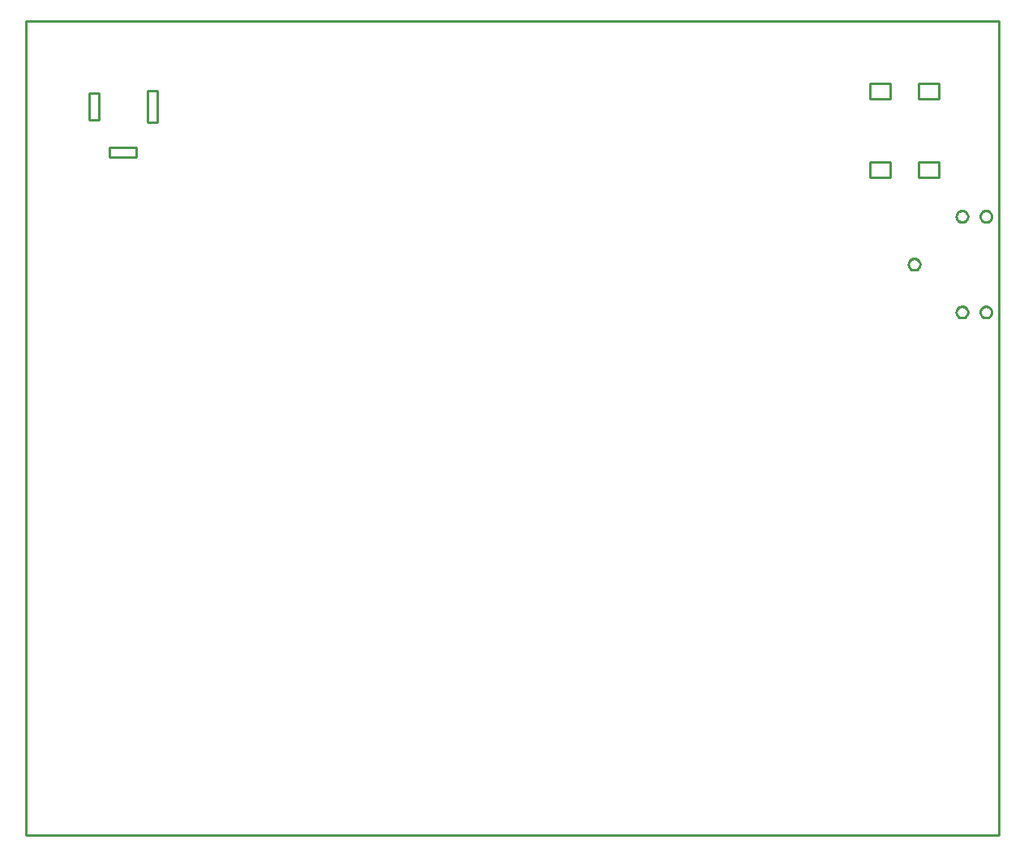
<source format=gko>
G04 EAGLE Gerber RS-274X export*
G75*
%MOMM*%
%FSLAX34Y34*%
%LPD*%
%INBoard Outline*%
%IPPOS*%
%AMOC8*
5,1,8,0,0,1.08239X$1,22.5*%
G01*
%ADD10C,0.000000*%
%ADD11C,0.254000*%


D10*
X1016000Y0D02*
X1016000Y850800D01*
X0Y850800D01*
X0Y0D01*
X1016000Y0D01*
X971900Y546900D02*
X971902Y547054D01*
X971908Y547209D01*
X971918Y547363D01*
X971932Y547517D01*
X971950Y547670D01*
X971971Y547823D01*
X971997Y547976D01*
X972027Y548127D01*
X972060Y548278D01*
X972098Y548428D01*
X972139Y548577D01*
X972184Y548725D01*
X972233Y548871D01*
X972286Y549017D01*
X972342Y549160D01*
X972402Y549303D01*
X972466Y549443D01*
X972533Y549583D01*
X972604Y549720D01*
X972678Y549855D01*
X972756Y549989D01*
X972837Y550120D01*
X972922Y550249D01*
X973010Y550377D01*
X973101Y550501D01*
X973195Y550624D01*
X973293Y550744D01*
X973393Y550861D01*
X973497Y550976D01*
X973603Y551088D01*
X973712Y551197D01*
X973824Y551303D01*
X973939Y551407D01*
X974056Y551507D01*
X974176Y551605D01*
X974299Y551699D01*
X974423Y551790D01*
X974551Y551878D01*
X974680Y551963D01*
X974811Y552044D01*
X974945Y552122D01*
X975080Y552196D01*
X975217Y552267D01*
X975357Y552334D01*
X975497Y552398D01*
X975640Y552458D01*
X975783Y552514D01*
X975929Y552567D01*
X976075Y552616D01*
X976223Y552661D01*
X976372Y552702D01*
X976522Y552740D01*
X976673Y552773D01*
X976824Y552803D01*
X976977Y552829D01*
X977130Y552850D01*
X977283Y552868D01*
X977437Y552882D01*
X977591Y552892D01*
X977746Y552898D01*
X977900Y552900D01*
X978054Y552898D01*
X978209Y552892D01*
X978363Y552882D01*
X978517Y552868D01*
X978670Y552850D01*
X978823Y552829D01*
X978976Y552803D01*
X979127Y552773D01*
X979278Y552740D01*
X979428Y552702D01*
X979577Y552661D01*
X979725Y552616D01*
X979871Y552567D01*
X980017Y552514D01*
X980160Y552458D01*
X980303Y552398D01*
X980443Y552334D01*
X980583Y552267D01*
X980720Y552196D01*
X980855Y552122D01*
X980989Y552044D01*
X981120Y551963D01*
X981249Y551878D01*
X981377Y551790D01*
X981501Y551699D01*
X981624Y551605D01*
X981744Y551507D01*
X981861Y551407D01*
X981976Y551303D01*
X982088Y551197D01*
X982197Y551088D01*
X982303Y550976D01*
X982407Y550861D01*
X982507Y550744D01*
X982605Y550624D01*
X982699Y550501D01*
X982790Y550377D01*
X982878Y550249D01*
X982963Y550120D01*
X983044Y549989D01*
X983122Y549855D01*
X983196Y549720D01*
X983267Y549583D01*
X983334Y549443D01*
X983398Y549303D01*
X983458Y549160D01*
X983514Y549017D01*
X983567Y548871D01*
X983616Y548725D01*
X983661Y548577D01*
X983702Y548428D01*
X983740Y548278D01*
X983773Y548127D01*
X983803Y547976D01*
X983829Y547823D01*
X983850Y547670D01*
X983868Y547517D01*
X983882Y547363D01*
X983892Y547209D01*
X983898Y547054D01*
X983900Y546900D01*
X983898Y546746D01*
X983892Y546591D01*
X983882Y546437D01*
X983868Y546283D01*
X983850Y546130D01*
X983829Y545977D01*
X983803Y545824D01*
X983773Y545673D01*
X983740Y545522D01*
X983702Y545372D01*
X983661Y545223D01*
X983616Y545075D01*
X983567Y544929D01*
X983514Y544783D01*
X983458Y544640D01*
X983398Y544497D01*
X983334Y544357D01*
X983267Y544217D01*
X983196Y544080D01*
X983122Y543945D01*
X983044Y543811D01*
X982963Y543680D01*
X982878Y543551D01*
X982790Y543423D01*
X982699Y543299D01*
X982605Y543176D01*
X982507Y543056D01*
X982407Y542939D01*
X982303Y542824D01*
X982197Y542712D01*
X982088Y542603D01*
X981976Y542497D01*
X981861Y542393D01*
X981744Y542293D01*
X981624Y542195D01*
X981501Y542101D01*
X981377Y542010D01*
X981249Y541922D01*
X981120Y541837D01*
X980989Y541756D01*
X980855Y541678D01*
X980720Y541604D01*
X980583Y541533D01*
X980443Y541466D01*
X980303Y541402D01*
X980160Y541342D01*
X980017Y541286D01*
X979871Y541233D01*
X979725Y541184D01*
X979577Y541139D01*
X979428Y541098D01*
X979278Y541060D01*
X979127Y541027D01*
X978976Y540997D01*
X978823Y540971D01*
X978670Y540950D01*
X978517Y540932D01*
X978363Y540918D01*
X978209Y540908D01*
X978054Y540902D01*
X977900Y540900D01*
X977746Y540902D01*
X977591Y540908D01*
X977437Y540918D01*
X977283Y540932D01*
X977130Y540950D01*
X976977Y540971D01*
X976824Y540997D01*
X976673Y541027D01*
X976522Y541060D01*
X976372Y541098D01*
X976223Y541139D01*
X976075Y541184D01*
X975929Y541233D01*
X975783Y541286D01*
X975640Y541342D01*
X975497Y541402D01*
X975357Y541466D01*
X975217Y541533D01*
X975080Y541604D01*
X974945Y541678D01*
X974811Y541756D01*
X974680Y541837D01*
X974551Y541922D01*
X974423Y542010D01*
X974299Y542101D01*
X974176Y542195D01*
X974056Y542293D01*
X973939Y542393D01*
X973824Y542497D01*
X973712Y542603D01*
X973603Y542712D01*
X973497Y542824D01*
X973393Y542939D01*
X973293Y543056D01*
X973195Y543176D01*
X973101Y543299D01*
X973010Y543423D01*
X972922Y543551D01*
X972837Y543680D01*
X972756Y543811D01*
X972678Y543945D01*
X972604Y544080D01*
X972533Y544217D01*
X972466Y544357D01*
X972402Y544497D01*
X972342Y544640D01*
X972286Y544783D01*
X972233Y544929D01*
X972184Y545075D01*
X972139Y545223D01*
X972098Y545372D01*
X972060Y545522D01*
X972027Y545673D01*
X971997Y545824D01*
X971971Y545977D01*
X971950Y546130D01*
X971932Y546283D01*
X971918Y546437D01*
X971908Y546591D01*
X971902Y546746D01*
X971900Y546900D01*
X996900Y546900D02*
X996902Y547054D01*
X996908Y547209D01*
X996918Y547363D01*
X996932Y547517D01*
X996950Y547670D01*
X996971Y547823D01*
X996997Y547976D01*
X997027Y548127D01*
X997060Y548278D01*
X997098Y548428D01*
X997139Y548577D01*
X997184Y548725D01*
X997233Y548871D01*
X997286Y549017D01*
X997342Y549160D01*
X997402Y549303D01*
X997466Y549443D01*
X997533Y549583D01*
X997604Y549720D01*
X997678Y549855D01*
X997756Y549989D01*
X997837Y550120D01*
X997922Y550249D01*
X998010Y550377D01*
X998101Y550501D01*
X998195Y550624D01*
X998293Y550744D01*
X998393Y550861D01*
X998497Y550976D01*
X998603Y551088D01*
X998712Y551197D01*
X998824Y551303D01*
X998939Y551407D01*
X999056Y551507D01*
X999176Y551605D01*
X999299Y551699D01*
X999423Y551790D01*
X999551Y551878D01*
X999680Y551963D01*
X999811Y552044D01*
X999945Y552122D01*
X1000080Y552196D01*
X1000217Y552267D01*
X1000357Y552334D01*
X1000497Y552398D01*
X1000640Y552458D01*
X1000783Y552514D01*
X1000929Y552567D01*
X1001075Y552616D01*
X1001223Y552661D01*
X1001372Y552702D01*
X1001522Y552740D01*
X1001673Y552773D01*
X1001824Y552803D01*
X1001977Y552829D01*
X1002130Y552850D01*
X1002283Y552868D01*
X1002437Y552882D01*
X1002591Y552892D01*
X1002746Y552898D01*
X1002900Y552900D01*
X1003054Y552898D01*
X1003209Y552892D01*
X1003363Y552882D01*
X1003517Y552868D01*
X1003670Y552850D01*
X1003823Y552829D01*
X1003976Y552803D01*
X1004127Y552773D01*
X1004278Y552740D01*
X1004428Y552702D01*
X1004577Y552661D01*
X1004725Y552616D01*
X1004871Y552567D01*
X1005017Y552514D01*
X1005160Y552458D01*
X1005303Y552398D01*
X1005443Y552334D01*
X1005583Y552267D01*
X1005720Y552196D01*
X1005855Y552122D01*
X1005989Y552044D01*
X1006120Y551963D01*
X1006249Y551878D01*
X1006377Y551790D01*
X1006501Y551699D01*
X1006624Y551605D01*
X1006744Y551507D01*
X1006861Y551407D01*
X1006976Y551303D01*
X1007088Y551197D01*
X1007197Y551088D01*
X1007303Y550976D01*
X1007407Y550861D01*
X1007507Y550744D01*
X1007605Y550624D01*
X1007699Y550501D01*
X1007790Y550377D01*
X1007878Y550249D01*
X1007963Y550120D01*
X1008044Y549989D01*
X1008122Y549855D01*
X1008196Y549720D01*
X1008267Y549583D01*
X1008334Y549443D01*
X1008398Y549303D01*
X1008458Y549160D01*
X1008514Y549017D01*
X1008567Y548871D01*
X1008616Y548725D01*
X1008661Y548577D01*
X1008702Y548428D01*
X1008740Y548278D01*
X1008773Y548127D01*
X1008803Y547976D01*
X1008829Y547823D01*
X1008850Y547670D01*
X1008868Y547517D01*
X1008882Y547363D01*
X1008892Y547209D01*
X1008898Y547054D01*
X1008900Y546900D01*
X1008898Y546746D01*
X1008892Y546591D01*
X1008882Y546437D01*
X1008868Y546283D01*
X1008850Y546130D01*
X1008829Y545977D01*
X1008803Y545824D01*
X1008773Y545673D01*
X1008740Y545522D01*
X1008702Y545372D01*
X1008661Y545223D01*
X1008616Y545075D01*
X1008567Y544929D01*
X1008514Y544783D01*
X1008458Y544640D01*
X1008398Y544497D01*
X1008334Y544357D01*
X1008267Y544217D01*
X1008196Y544080D01*
X1008122Y543945D01*
X1008044Y543811D01*
X1007963Y543680D01*
X1007878Y543551D01*
X1007790Y543423D01*
X1007699Y543299D01*
X1007605Y543176D01*
X1007507Y543056D01*
X1007407Y542939D01*
X1007303Y542824D01*
X1007197Y542712D01*
X1007088Y542603D01*
X1006976Y542497D01*
X1006861Y542393D01*
X1006744Y542293D01*
X1006624Y542195D01*
X1006501Y542101D01*
X1006377Y542010D01*
X1006249Y541922D01*
X1006120Y541837D01*
X1005989Y541756D01*
X1005855Y541678D01*
X1005720Y541604D01*
X1005583Y541533D01*
X1005443Y541466D01*
X1005303Y541402D01*
X1005160Y541342D01*
X1005017Y541286D01*
X1004871Y541233D01*
X1004725Y541184D01*
X1004577Y541139D01*
X1004428Y541098D01*
X1004278Y541060D01*
X1004127Y541027D01*
X1003976Y540997D01*
X1003823Y540971D01*
X1003670Y540950D01*
X1003517Y540932D01*
X1003363Y540918D01*
X1003209Y540908D01*
X1003054Y540902D01*
X1002900Y540900D01*
X1002746Y540902D01*
X1002591Y540908D01*
X1002437Y540918D01*
X1002283Y540932D01*
X1002130Y540950D01*
X1001977Y540971D01*
X1001824Y540997D01*
X1001673Y541027D01*
X1001522Y541060D01*
X1001372Y541098D01*
X1001223Y541139D01*
X1001075Y541184D01*
X1000929Y541233D01*
X1000783Y541286D01*
X1000640Y541342D01*
X1000497Y541402D01*
X1000357Y541466D01*
X1000217Y541533D01*
X1000080Y541604D01*
X999945Y541678D01*
X999811Y541756D01*
X999680Y541837D01*
X999551Y541922D01*
X999423Y542010D01*
X999299Y542101D01*
X999176Y542195D01*
X999056Y542293D01*
X998939Y542393D01*
X998824Y542497D01*
X998712Y542603D01*
X998603Y542712D01*
X998497Y542824D01*
X998393Y542939D01*
X998293Y543056D01*
X998195Y543176D01*
X998101Y543299D01*
X998010Y543423D01*
X997922Y543551D01*
X997837Y543680D01*
X997756Y543811D01*
X997678Y543945D01*
X997604Y544080D01*
X997533Y544217D01*
X997466Y544357D01*
X997402Y544497D01*
X997342Y544640D01*
X997286Y544783D01*
X997233Y544929D01*
X997184Y545075D01*
X997139Y545223D01*
X997098Y545372D01*
X997060Y545522D01*
X997027Y545673D01*
X996997Y545824D01*
X996971Y545977D01*
X996950Y546130D01*
X996932Y546283D01*
X996918Y546437D01*
X996908Y546591D01*
X996902Y546746D01*
X996900Y546900D01*
X996900Y646900D02*
X996902Y647054D01*
X996908Y647209D01*
X996918Y647363D01*
X996932Y647517D01*
X996950Y647670D01*
X996971Y647823D01*
X996997Y647976D01*
X997027Y648127D01*
X997060Y648278D01*
X997098Y648428D01*
X997139Y648577D01*
X997184Y648725D01*
X997233Y648871D01*
X997286Y649017D01*
X997342Y649160D01*
X997402Y649303D01*
X997466Y649443D01*
X997533Y649583D01*
X997604Y649720D01*
X997678Y649855D01*
X997756Y649989D01*
X997837Y650120D01*
X997922Y650249D01*
X998010Y650377D01*
X998101Y650501D01*
X998195Y650624D01*
X998293Y650744D01*
X998393Y650861D01*
X998497Y650976D01*
X998603Y651088D01*
X998712Y651197D01*
X998824Y651303D01*
X998939Y651407D01*
X999056Y651507D01*
X999176Y651605D01*
X999299Y651699D01*
X999423Y651790D01*
X999551Y651878D01*
X999680Y651963D01*
X999811Y652044D01*
X999945Y652122D01*
X1000080Y652196D01*
X1000217Y652267D01*
X1000357Y652334D01*
X1000497Y652398D01*
X1000640Y652458D01*
X1000783Y652514D01*
X1000929Y652567D01*
X1001075Y652616D01*
X1001223Y652661D01*
X1001372Y652702D01*
X1001522Y652740D01*
X1001673Y652773D01*
X1001824Y652803D01*
X1001977Y652829D01*
X1002130Y652850D01*
X1002283Y652868D01*
X1002437Y652882D01*
X1002591Y652892D01*
X1002746Y652898D01*
X1002900Y652900D01*
X1003054Y652898D01*
X1003209Y652892D01*
X1003363Y652882D01*
X1003517Y652868D01*
X1003670Y652850D01*
X1003823Y652829D01*
X1003976Y652803D01*
X1004127Y652773D01*
X1004278Y652740D01*
X1004428Y652702D01*
X1004577Y652661D01*
X1004725Y652616D01*
X1004871Y652567D01*
X1005017Y652514D01*
X1005160Y652458D01*
X1005303Y652398D01*
X1005443Y652334D01*
X1005583Y652267D01*
X1005720Y652196D01*
X1005855Y652122D01*
X1005989Y652044D01*
X1006120Y651963D01*
X1006249Y651878D01*
X1006377Y651790D01*
X1006501Y651699D01*
X1006624Y651605D01*
X1006744Y651507D01*
X1006861Y651407D01*
X1006976Y651303D01*
X1007088Y651197D01*
X1007197Y651088D01*
X1007303Y650976D01*
X1007407Y650861D01*
X1007507Y650744D01*
X1007605Y650624D01*
X1007699Y650501D01*
X1007790Y650377D01*
X1007878Y650249D01*
X1007963Y650120D01*
X1008044Y649989D01*
X1008122Y649855D01*
X1008196Y649720D01*
X1008267Y649583D01*
X1008334Y649443D01*
X1008398Y649303D01*
X1008458Y649160D01*
X1008514Y649017D01*
X1008567Y648871D01*
X1008616Y648725D01*
X1008661Y648577D01*
X1008702Y648428D01*
X1008740Y648278D01*
X1008773Y648127D01*
X1008803Y647976D01*
X1008829Y647823D01*
X1008850Y647670D01*
X1008868Y647517D01*
X1008882Y647363D01*
X1008892Y647209D01*
X1008898Y647054D01*
X1008900Y646900D01*
X1008898Y646746D01*
X1008892Y646591D01*
X1008882Y646437D01*
X1008868Y646283D01*
X1008850Y646130D01*
X1008829Y645977D01*
X1008803Y645824D01*
X1008773Y645673D01*
X1008740Y645522D01*
X1008702Y645372D01*
X1008661Y645223D01*
X1008616Y645075D01*
X1008567Y644929D01*
X1008514Y644783D01*
X1008458Y644640D01*
X1008398Y644497D01*
X1008334Y644357D01*
X1008267Y644217D01*
X1008196Y644080D01*
X1008122Y643945D01*
X1008044Y643811D01*
X1007963Y643680D01*
X1007878Y643551D01*
X1007790Y643423D01*
X1007699Y643299D01*
X1007605Y643176D01*
X1007507Y643056D01*
X1007407Y642939D01*
X1007303Y642824D01*
X1007197Y642712D01*
X1007088Y642603D01*
X1006976Y642497D01*
X1006861Y642393D01*
X1006744Y642293D01*
X1006624Y642195D01*
X1006501Y642101D01*
X1006377Y642010D01*
X1006249Y641922D01*
X1006120Y641837D01*
X1005989Y641756D01*
X1005855Y641678D01*
X1005720Y641604D01*
X1005583Y641533D01*
X1005443Y641466D01*
X1005303Y641402D01*
X1005160Y641342D01*
X1005017Y641286D01*
X1004871Y641233D01*
X1004725Y641184D01*
X1004577Y641139D01*
X1004428Y641098D01*
X1004278Y641060D01*
X1004127Y641027D01*
X1003976Y640997D01*
X1003823Y640971D01*
X1003670Y640950D01*
X1003517Y640932D01*
X1003363Y640918D01*
X1003209Y640908D01*
X1003054Y640902D01*
X1002900Y640900D01*
X1002746Y640902D01*
X1002591Y640908D01*
X1002437Y640918D01*
X1002283Y640932D01*
X1002130Y640950D01*
X1001977Y640971D01*
X1001824Y640997D01*
X1001673Y641027D01*
X1001522Y641060D01*
X1001372Y641098D01*
X1001223Y641139D01*
X1001075Y641184D01*
X1000929Y641233D01*
X1000783Y641286D01*
X1000640Y641342D01*
X1000497Y641402D01*
X1000357Y641466D01*
X1000217Y641533D01*
X1000080Y641604D01*
X999945Y641678D01*
X999811Y641756D01*
X999680Y641837D01*
X999551Y641922D01*
X999423Y642010D01*
X999299Y642101D01*
X999176Y642195D01*
X999056Y642293D01*
X998939Y642393D01*
X998824Y642497D01*
X998712Y642603D01*
X998603Y642712D01*
X998497Y642824D01*
X998393Y642939D01*
X998293Y643056D01*
X998195Y643176D01*
X998101Y643299D01*
X998010Y643423D01*
X997922Y643551D01*
X997837Y643680D01*
X997756Y643811D01*
X997678Y643945D01*
X997604Y644080D01*
X997533Y644217D01*
X997466Y644357D01*
X997402Y644497D01*
X997342Y644640D01*
X997286Y644783D01*
X997233Y644929D01*
X997184Y645075D01*
X997139Y645223D01*
X997098Y645372D01*
X997060Y645522D01*
X997027Y645673D01*
X996997Y645824D01*
X996971Y645977D01*
X996950Y646130D01*
X996932Y646283D01*
X996918Y646437D01*
X996908Y646591D01*
X996902Y646746D01*
X996900Y646900D01*
X971900Y646900D02*
X971902Y647054D01*
X971908Y647209D01*
X971918Y647363D01*
X971932Y647517D01*
X971950Y647670D01*
X971971Y647823D01*
X971997Y647976D01*
X972027Y648127D01*
X972060Y648278D01*
X972098Y648428D01*
X972139Y648577D01*
X972184Y648725D01*
X972233Y648871D01*
X972286Y649017D01*
X972342Y649160D01*
X972402Y649303D01*
X972466Y649443D01*
X972533Y649583D01*
X972604Y649720D01*
X972678Y649855D01*
X972756Y649989D01*
X972837Y650120D01*
X972922Y650249D01*
X973010Y650377D01*
X973101Y650501D01*
X973195Y650624D01*
X973293Y650744D01*
X973393Y650861D01*
X973497Y650976D01*
X973603Y651088D01*
X973712Y651197D01*
X973824Y651303D01*
X973939Y651407D01*
X974056Y651507D01*
X974176Y651605D01*
X974299Y651699D01*
X974423Y651790D01*
X974551Y651878D01*
X974680Y651963D01*
X974811Y652044D01*
X974945Y652122D01*
X975080Y652196D01*
X975217Y652267D01*
X975357Y652334D01*
X975497Y652398D01*
X975640Y652458D01*
X975783Y652514D01*
X975929Y652567D01*
X976075Y652616D01*
X976223Y652661D01*
X976372Y652702D01*
X976522Y652740D01*
X976673Y652773D01*
X976824Y652803D01*
X976977Y652829D01*
X977130Y652850D01*
X977283Y652868D01*
X977437Y652882D01*
X977591Y652892D01*
X977746Y652898D01*
X977900Y652900D01*
X978054Y652898D01*
X978209Y652892D01*
X978363Y652882D01*
X978517Y652868D01*
X978670Y652850D01*
X978823Y652829D01*
X978976Y652803D01*
X979127Y652773D01*
X979278Y652740D01*
X979428Y652702D01*
X979577Y652661D01*
X979725Y652616D01*
X979871Y652567D01*
X980017Y652514D01*
X980160Y652458D01*
X980303Y652398D01*
X980443Y652334D01*
X980583Y652267D01*
X980720Y652196D01*
X980855Y652122D01*
X980989Y652044D01*
X981120Y651963D01*
X981249Y651878D01*
X981377Y651790D01*
X981501Y651699D01*
X981624Y651605D01*
X981744Y651507D01*
X981861Y651407D01*
X981976Y651303D01*
X982088Y651197D01*
X982197Y651088D01*
X982303Y650976D01*
X982407Y650861D01*
X982507Y650744D01*
X982605Y650624D01*
X982699Y650501D01*
X982790Y650377D01*
X982878Y650249D01*
X982963Y650120D01*
X983044Y649989D01*
X983122Y649855D01*
X983196Y649720D01*
X983267Y649583D01*
X983334Y649443D01*
X983398Y649303D01*
X983458Y649160D01*
X983514Y649017D01*
X983567Y648871D01*
X983616Y648725D01*
X983661Y648577D01*
X983702Y648428D01*
X983740Y648278D01*
X983773Y648127D01*
X983803Y647976D01*
X983829Y647823D01*
X983850Y647670D01*
X983868Y647517D01*
X983882Y647363D01*
X983892Y647209D01*
X983898Y647054D01*
X983900Y646900D01*
X983898Y646746D01*
X983892Y646591D01*
X983882Y646437D01*
X983868Y646283D01*
X983850Y646130D01*
X983829Y645977D01*
X983803Y645824D01*
X983773Y645673D01*
X983740Y645522D01*
X983702Y645372D01*
X983661Y645223D01*
X983616Y645075D01*
X983567Y644929D01*
X983514Y644783D01*
X983458Y644640D01*
X983398Y644497D01*
X983334Y644357D01*
X983267Y644217D01*
X983196Y644080D01*
X983122Y643945D01*
X983044Y643811D01*
X982963Y643680D01*
X982878Y643551D01*
X982790Y643423D01*
X982699Y643299D01*
X982605Y643176D01*
X982507Y643056D01*
X982407Y642939D01*
X982303Y642824D01*
X982197Y642712D01*
X982088Y642603D01*
X981976Y642497D01*
X981861Y642393D01*
X981744Y642293D01*
X981624Y642195D01*
X981501Y642101D01*
X981377Y642010D01*
X981249Y641922D01*
X981120Y641837D01*
X980989Y641756D01*
X980855Y641678D01*
X980720Y641604D01*
X980583Y641533D01*
X980443Y641466D01*
X980303Y641402D01*
X980160Y641342D01*
X980017Y641286D01*
X979871Y641233D01*
X979725Y641184D01*
X979577Y641139D01*
X979428Y641098D01*
X979278Y641060D01*
X979127Y641027D01*
X978976Y640997D01*
X978823Y640971D01*
X978670Y640950D01*
X978517Y640932D01*
X978363Y640918D01*
X978209Y640908D01*
X978054Y640902D01*
X977900Y640900D01*
X977746Y640902D01*
X977591Y640908D01*
X977437Y640918D01*
X977283Y640932D01*
X977130Y640950D01*
X976977Y640971D01*
X976824Y640997D01*
X976673Y641027D01*
X976522Y641060D01*
X976372Y641098D01*
X976223Y641139D01*
X976075Y641184D01*
X975929Y641233D01*
X975783Y641286D01*
X975640Y641342D01*
X975497Y641402D01*
X975357Y641466D01*
X975217Y641533D01*
X975080Y641604D01*
X974945Y641678D01*
X974811Y641756D01*
X974680Y641837D01*
X974551Y641922D01*
X974423Y642010D01*
X974299Y642101D01*
X974176Y642195D01*
X974056Y642293D01*
X973939Y642393D01*
X973824Y642497D01*
X973712Y642603D01*
X973603Y642712D01*
X973497Y642824D01*
X973393Y642939D01*
X973293Y643056D01*
X973195Y643176D01*
X973101Y643299D01*
X973010Y643423D01*
X972922Y643551D01*
X972837Y643680D01*
X972756Y643811D01*
X972678Y643945D01*
X972604Y644080D01*
X972533Y644217D01*
X972466Y644357D01*
X972402Y644497D01*
X972342Y644640D01*
X972286Y644783D01*
X972233Y644929D01*
X972184Y645075D01*
X972139Y645223D01*
X972098Y645372D01*
X972060Y645522D01*
X972027Y645673D01*
X971997Y645824D01*
X971971Y645977D01*
X971950Y646130D01*
X971932Y646283D01*
X971918Y646437D01*
X971908Y646591D01*
X971902Y646746D01*
X971900Y646900D01*
X921900Y596900D02*
X921902Y597054D01*
X921908Y597209D01*
X921918Y597363D01*
X921932Y597517D01*
X921950Y597670D01*
X921971Y597823D01*
X921997Y597976D01*
X922027Y598127D01*
X922060Y598278D01*
X922098Y598428D01*
X922139Y598577D01*
X922184Y598725D01*
X922233Y598871D01*
X922286Y599017D01*
X922342Y599160D01*
X922402Y599303D01*
X922466Y599443D01*
X922533Y599583D01*
X922604Y599720D01*
X922678Y599855D01*
X922756Y599989D01*
X922837Y600120D01*
X922922Y600249D01*
X923010Y600377D01*
X923101Y600501D01*
X923195Y600624D01*
X923293Y600744D01*
X923393Y600861D01*
X923497Y600976D01*
X923603Y601088D01*
X923712Y601197D01*
X923824Y601303D01*
X923939Y601407D01*
X924056Y601507D01*
X924176Y601605D01*
X924299Y601699D01*
X924423Y601790D01*
X924551Y601878D01*
X924680Y601963D01*
X924811Y602044D01*
X924945Y602122D01*
X925080Y602196D01*
X925217Y602267D01*
X925357Y602334D01*
X925497Y602398D01*
X925640Y602458D01*
X925783Y602514D01*
X925929Y602567D01*
X926075Y602616D01*
X926223Y602661D01*
X926372Y602702D01*
X926522Y602740D01*
X926673Y602773D01*
X926824Y602803D01*
X926977Y602829D01*
X927130Y602850D01*
X927283Y602868D01*
X927437Y602882D01*
X927591Y602892D01*
X927746Y602898D01*
X927900Y602900D01*
X928054Y602898D01*
X928209Y602892D01*
X928363Y602882D01*
X928517Y602868D01*
X928670Y602850D01*
X928823Y602829D01*
X928976Y602803D01*
X929127Y602773D01*
X929278Y602740D01*
X929428Y602702D01*
X929577Y602661D01*
X929725Y602616D01*
X929871Y602567D01*
X930017Y602514D01*
X930160Y602458D01*
X930303Y602398D01*
X930443Y602334D01*
X930583Y602267D01*
X930720Y602196D01*
X930855Y602122D01*
X930989Y602044D01*
X931120Y601963D01*
X931249Y601878D01*
X931377Y601790D01*
X931501Y601699D01*
X931624Y601605D01*
X931744Y601507D01*
X931861Y601407D01*
X931976Y601303D01*
X932088Y601197D01*
X932197Y601088D01*
X932303Y600976D01*
X932407Y600861D01*
X932507Y600744D01*
X932605Y600624D01*
X932699Y600501D01*
X932790Y600377D01*
X932878Y600249D01*
X932963Y600120D01*
X933044Y599989D01*
X933122Y599855D01*
X933196Y599720D01*
X933267Y599583D01*
X933334Y599443D01*
X933398Y599303D01*
X933458Y599160D01*
X933514Y599017D01*
X933567Y598871D01*
X933616Y598725D01*
X933661Y598577D01*
X933702Y598428D01*
X933740Y598278D01*
X933773Y598127D01*
X933803Y597976D01*
X933829Y597823D01*
X933850Y597670D01*
X933868Y597517D01*
X933882Y597363D01*
X933892Y597209D01*
X933898Y597054D01*
X933900Y596900D01*
X933898Y596746D01*
X933892Y596591D01*
X933882Y596437D01*
X933868Y596283D01*
X933850Y596130D01*
X933829Y595977D01*
X933803Y595824D01*
X933773Y595673D01*
X933740Y595522D01*
X933702Y595372D01*
X933661Y595223D01*
X933616Y595075D01*
X933567Y594929D01*
X933514Y594783D01*
X933458Y594640D01*
X933398Y594497D01*
X933334Y594357D01*
X933267Y594217D01*
X933196Y594080D01*
X933122Y593945D01*
X933044Y593811D01*
X932963Y593680D01*
X932878Y593551D01*
X932790Y593423D01*
X932699Y593299D01*
X932605Y593176D01*
X932507Y593056D01*
X932407Y592939D01*
X932303Y592824D01*
X932197Y592712D01*
X932088Y592603D01*
X931976Y592497D01*
X931861Y592393D01*
X931744Y592293D01*
X931624Y592195D01*
X931501Y592101D01*
X931377Y592010D01*
X931249Y591922D01*
X931120Y591837D01*
X930989Y591756D01*
X930855Y591678D01*
X930720Y591604D01*
X930583Y591533D01*
X930443Y591466D01*
X930303Y591402D01*
X930160Y591342D01*
X930017Y591286D01*
X929871Y591233D01*
X929725Y591184D01*
X929577Y591139D01*
X929428Y591098D01*
X929278Y591060D01*
X929127Y591027D01*
X928976Y590997D01*
X928823Y590971D01*
X928670Y590950D01*
X928517Y590932D01*
X928363Y590918D01*
X928209Y590908D01*
X928054Y590902D01*
X927900Y590900D01*
X927746Y590902D01*
X927591Y590908D01*
X927437Y590918D01*
X927283Y590932D01*
X927130Y590950D01*
X926977Y590971D01*
X926824Y590997D01*
X926673Y591027D01*
X926522Y591060D01*
X926372Y591098D01*
X926223Y591139D01*
X926075Y591184D01*
X925929Y591233D01*
X925783Y591286D01*
X925640Y591342D01*
X925497Y591402D01*
X925357Y591466D01*
X925217Y591533D01*
X925080Y591604D01*
X924945Y591678D01*
X924811Y591756D01*
X924680Y591837D01*
X924551Y591922D01*
X924423Y592010D01*
X924299Y592101D01*
X924176Y592195D01*
X924056Y592293D01*
X923939Y592393D01*
X923824Y592497D01*
X923712Y592603D01*
X923603Y592712D01*
X923497Y592824D01*
X923393Y592939D01*
X923293Y593056D01*
X923195Y593176D01*
X923101Y593299D01*
X923010Y593423D01*
X922922Y593551D01*
X922837Y593680D01*
X922756Y593811D01*
X922678Y593945D01*
X922604Y594080D01*
X922533Y594217D01*
X922466Y594357D01*
X922402Y594497D01*
X922342Y594640D01*
X922286Y594783D01*
X922233Y594929D01*
X922184Y595075D01*
X922139Y595223D01*
X922098Y595372D01*
X922060Y595522D01*
X922027Y595673D01*
X921997Y595824D01*
X921971Y595977D01*
X921950Y596130D01*
X921932Y596283D01*
X921918Y596437D01*
X921908Y596591D01*
X921902Y596746D01*
X921900Y596900D01*
X932700Y785600D02*
X953700Y785600D01*
X953700Y769600D02*
X932700Y769600D01*
X932700Y785600D01*
X953700Y785600D02*
X953700Y769600D01*
X953700Y703600D02*
X932700Y703600D01*
X932700Y687600D02*
X953700Y687600D01*
X932700Y687600D02*
X932700Y703600D01*
X953700Y703600D02*
X953700Y687600D01*
X902900Y785600D02*
X881900Y785600D01*
X881900Y769600D02*
X902900Y769600D01*
X881900Y769600D02*
X881900Y785600D01*
X902900Y785600D02*
X902900Y769600D01*
X902900Y703600D02*
X881900Y703600D01*
X881900Y687600D02*
X902900Y687600D01*
X881900Y687600D02*
X881900Y703600D01*
X902900Y703600D02*
X902900Y687600D01*
X127600Y745500D02*
X127600Y778500D01*
X137600Y778500D01*
X137600Y745500D01*
X127600Y745500D01*
X115600Y719000D02*
X115600Y709000D01*
X115600Y719000D02*
X87600Y719000D01*
X87600Y709000D01*
X115600Y709000D01*
X66600Y748000D02*
X66600Y776000D01*
X76600Y776000D01*
X76600Y748000D01*
X66600Y748000D01*
D11*
X0Y0D02*
X1016000Y0D01*
X1016000Y850800D01*
X0Y850800D01*
X0Y0D01*
X66600Y748000D02*
X76600Y748000D01*
X76600Y776000D01*
X66600Y776000D01*
X66600Y748000D01*
X87600Y709000D02*
X115600Y709000D01*
X115600Y719000D01*
X87600Y719000D01*
X87600Y709000D01*
X127600Y745500D02*
X137600Y745500D01*
X137600Y778500D01*
X127600Y778500D01*
X127600Y745500D01*
X881900Y687600D02*
X902900Y687600D01*
X902900Y703600D01*
X881900Y703600D01*
X881900Y687600D01*
X881900Y769600D02*
X902900Y769600D01*
X902900Y785600D01*
X881900Y785600D01*
X881900Y769600D01*
X932700Y769600D02*
X953700Y769600D01*
X953700Y785600D01*
X932700Y785600D01*
X932700Y769600D01*
X932700Y687600D02*
X953700Y687600D01*
X953700Y703600D01*
X932700Y703600D01*
X932700Y687600D01*
X971900Y547237D02*
X971975Y547907D01*
X972125Y548564D01*
X972348Y549200D01*
X972640Y549807D01*
X972999Y550378D01*
X973419Y550904D01*
X973896Y551381D01*
X974423Y551801D01*
X974993Y552160D01*
X975600Y552452D01*
X976236Y552675D01*
X976893Y552825D01*
X977563Y552900D01*
X978237Y552900D01*
X978907Y552825D01*
X979564Y552675D01*
X980200Y552452D01*
X980807Y552160D01*
X981378Y551801D01*
X981904Y551381D01*
X982381Y550904D01*
X982801Y550378D01*
X983160Y549807D01*
X983452Y549200D01*
X983675Y548564D01*
X983825Y547907D01*
X983900Y547237D01*
X983900Y546563D01*
X983825Y545893D01*
X983675Y545236D01*
X983452Y544600D01*
X983160Y543993D01*
X982801Y543423D01*
X982381Y542896D01*
X981904Y542419D01*
X981378Y541999D01*
X980807Y541640D01*
X980200Y541348D01*
X979564Y541125D01*
X978907Y540975D01*
X978237Y540900D01*
X977563Y540900D01*
X976893Y540975D01*
X976236Y541125D01*
X975600Y541348D01*
X974993Y541640D01*
X974423Y541999D01*
X973896Y542419D01*
X973419Y542896D01*
X972999Y543423D01*
X972640Y543993D01*
X972348Y544600D01*
X972125Y545236D01*
X971975Y545893D01*
X971900Y546563D01*
X971900Y547237D01*
X996900Y547237D02*
X996975Y547907D01*
X997125Y548564D01*
X997348Y549200D01*
X997640Y549807D01*
X997999Y550378D01*
X998419Y550904D01*
X998896Y551381D01*
X999423Y551801D01*
X999993Y552160D01*
X1000600Y552452D01*
X1001236Y552675D01*
X1001893Y552825D01*
X1002563Y552900D01*
X1003237Y552900D01*
X1003907Y552825D01*
X1004564Y552675D01*
X1005200Y552452D01*
X1005807Y552160D01*
X1006378Y551801D01*
X1006904Y551381D01*
X1007381Y550904D01*
X1007801Y550378D01*
X1008160Y549807D01*
X1008452Y549200D01*
X1008675Y548564D01*
X1008825Y547907D01*
X1008900Y547237D01*
X1008900Y546563D01*
X1008825Y545893D01*
X1008675Y545236D01*
X1008452Y544600D01*
X1008160Y543993D01*
X1007801Y543423D01*
X1007381Y542896D01*
X1006904Y542419D01*
X1006378Y541999D01*
X1005807Y541640D01*
X1005200Y541348D01*
X1004564Y541125D01*
X1003907Y540975D01*
X1003237Y540900D01*
X1002563Y540900D01*
X1001893Y540975D01*
X1001236Y541125D01*
X1000600Y541348D01*
X999993Y541640D01*
X999423Y541999D01*
X998896Y542419D01*
X998419Y542896D01*
X997999Y543423D01*
X997640Y543993D01*
X997348Y544600D01*
X997125Y545236D01*
X996975Y545893D01*
X996900Y546563D01*
X996900Y547237D01*
X996900Y647237D02*
X996975Y647907D01*
X997125Y648564D01*
X997348Y649200D01*
X997640Y649807D01*
X997999Y650378D01*
X998419Y650904D01*
X998896Y651381D01*
X999423Y651801D01*
X999993Y652160D01*
X1000600Y652452D01*
X1001236Y652675D01*
X1001893Y652825D01*
X1002563Y652900D01*
X1003237Y652900D01*
X1003907Y652825D01*
X1004564Y652675D01*
X1005200Y652452D01*
X1005807Y652160D01*
X1006378Y651801D01*
X1006904Y651381D01*
X1007381Y650904D01*
X1007801Y650378D01*
X1008160Y649807D01*
X1008452Y649200D01*
X1008675Y648564D01*
X1008825Y647907D01*
X1008900Y647237D01*
X1008900Y646563D01*
X1008825Y645893D01*
X1008675Y645236D01*
X1008452Y644600D01*
X1008160Y643993D01*
X1007801Y643423D01*
X1007381Y642896D01*
X1006904Y642419D01*
X1006378Y641999D01*
X1005807Y641640D01*
X1005200Y641348D01*
X1004564Y641125D01*
X1003907Y640975D01*
X1003237Y640900D01*
X1002563Y640900D01*
X1001893Y640975D01*
X1001236Y641125D01*
X1000600Y641348D01*
X999993Y641640D01*
X999423Y641999D01*
X998896Y642419D01*
X998419Y642896D01*
X997999Y643423D01*
X997640Y643993D01*
X997348Y644600D01*
X997125Y645236D01*
X996975Y645893D01*
X996900Y646563D01*
X996900Y647237D01*
X971900Y647237D02*
X971975Y647907D01*
X972125Y648564D01*
X972348Y649200D01*
X972640Y649807D01*
X972999Y650378D01*
X973419Y650904D01*
X973896Y651381D01*
X974423Y651801D01*
X974993Y652160D01*
X975600Y652452D01*
X976236Y652675D01*
X976893Y652825D01*
X977563Y652900D01*
X978237Y652900D01*
X978907Y652825D01*
X979564Y652675D01*
X980200Y652452D01*
X980807Y652160D01*
X981378Y651801D01*
X981904Y651381D01*
X982381Y650904D01*
X982801Y650378D01*
X983160Y649807D01*
X983452Y649200D01*
X983675Y648564D01*
X983825Y647907D01*
X983900Y647237D01*
X983900Y646563D01*
X983825Y645893D01*
X983675Y645236D01*
X983452Y644600D01*
X983160Y643993D01*
X982801Y643423D01*
X982381Y642896D01*
X981904Y642419D01*
X981378Y641999D01*
X980807Y641640D01*
X980200Y641348D01*
X979564Y641125D01*
X978907Y640975D01*
X978237Y640900D01*
X977563Y640900D01*
X976893Y640975D01*
X976236Y641125D01*
X975600Y641348D01*
X974993Y641640D01*
X974423Y641999D01*
X973896Y642419D01*
X973419Y642896D01*
X972999Y643423D01*
X972640Y643993D01*
X972348Y644600D01*
X972125Y645236D01*
X971975Y645893D01*
X971900Y646563D01*
X971900Y647237D01*
X921900Y597237D02*
X921975Y597907D01*
X922125Y598564D01*
X922348Y599200D01*
X922640Y599807D01*
X922999Y600378D01*
X923419Y600904D01*
X923896Y601381D01*
X924423Y601801D01*
X924993Y602160D01*
X925600Y602452D01*
X926236Y602675D01*
X926893Y602825D01*
X927563Y602900D01*
X928237Y602900D01*
X928907Y602825D01*
X929564Y602675D01*
X930200Y602452D01*
X930807Y602160D01*
X931378Y601801D01*
X931904Y601381D01*
X932381Y600904D01*
X932801Y600378D01*
X933160Y599807D01*
X933452Y599200D01*
X933675Y598564D01*
X933825Y597907D01*
X933900Y597237D01*
X933900Y596563D01*
X933825Y595893D01*
X933675Y595236D01*
X933452Y594600D01*
X933160Y593993D01*
X932801Y593423D01*
X932381Y592896D01*
X931904Y592419D01*
X931378Y591999D01*
X930807Y591640D01*
X930200Y591348D01*
X929564Y591125D01*
X928907Y590975D01*
X928237Y590900D01*
X927563Y590900D01*
X926893Y590975D01*
X926236Y591125D01*
X925600Y591348D01*
X924993Y591640D01*
X924423Y591999D01*
X923896Y592419D01*
X923419Y592896D01*
X922999Y593423D01*
X922640Y593993D01*
X922348Y594600D01*
X922125Y595236D01*
X921975Y595893D01*
X921900Y596563D01*
X921900Y597237D01*
M02*

</source>
